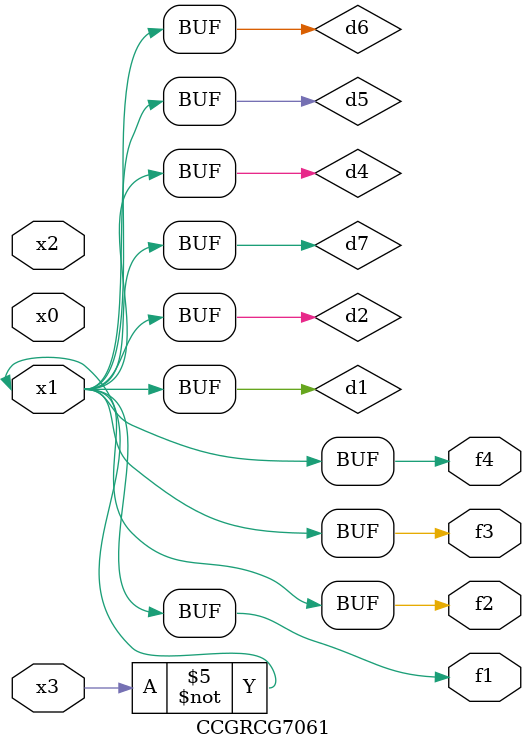
<source format=v>
module CCGRCG7061(
	input x0, x1, x2, x3,
	output f1, f2, f3, f4
);

	wire d1, d2, d3, d4, d5, d6, d7;

	not (d1, x3);
	buf (d2, x1);
	xnor (d3, d1, d2);
	nor (d4, d1);
	buf (d5, d1, d2);
	buf (d6, d4, d5);
	nand (d7, d4);
	assign f1 = d6;
	assign f2 = d7;
	assign f3 = d6;
	assign f4 = d6;
endmodule

</source>
